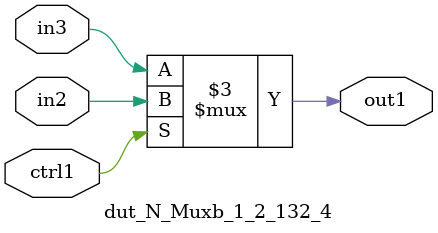
<source format=v>

`timescale 1ps / 1ps


module dut_N_Muxb_1_2_132_4( in3, in2, ctrl1, out1 );

    input in3;
    input in2;
    input ctrl1;
    output out1;
    reg out1;

    
    // rtl_process:dut_N_Muxb_1_2_132_4/dut_N_Muxb_1_2_132_4_thread_1
    always @*
      begin : dut_N_Muxb_1_2_132_4_thread_1
        case (ctrl1) 
          1'b1: 
            begin
              out1 = in2;
            end
          default: 
            begin
              out1 = in3;
            end
        endcase
      end

endmodule



</source>
